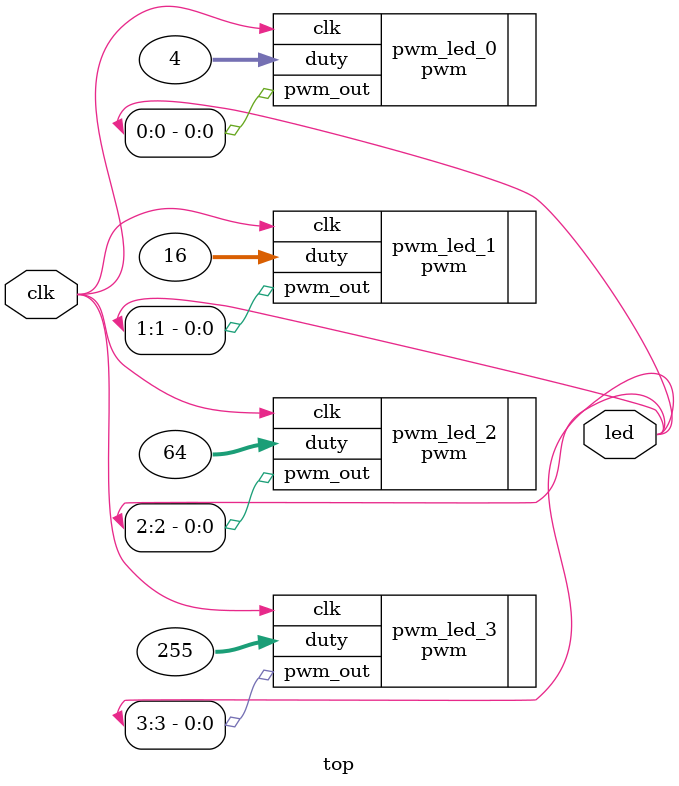
<source format=sv>

`default_nettype none
`timescale 1ns / 1ps

module top (
    input wire logic clk,
    output     logic [3:0] led
    );

    pwm pwm_led_0 (.clk, .duty(4),   .pwm_out(led[0]));
    pwm pwm_led_1 (.clk, .duty(16),  .pwm_out(led[1]));
    pwm pwm_led_2 (.clk, .duty(64),  .pwm_out(led[2]));
    pwm pwm_led_3 (.clk, .duty(255), .pwm_out(led[3]));
endmodule

</source>
